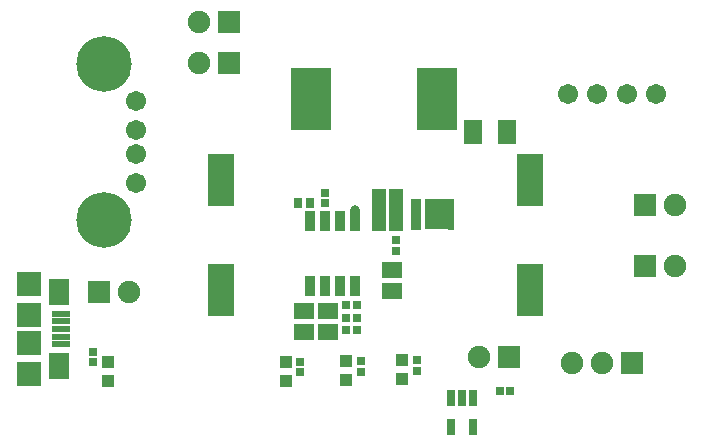
<source format=gts>
G04*
G04 #@! TF.GenerationSoftware,Altium Limited,Altium Designer,19.1.9 (167)*
G04*
G04 Layer_Color=8388736*
%FSLAX25Y25*%
%MOIN*%
G70*
G01*
G75*
%ADD36R,0.08280X0.08280*%
%ADD37R,0.08280X0.07887*%
%ADD38R,0.06115X0.02375*%
%ADD39R,0.07099X0.09068*%
%ADD40R,0.08280X0.10446*%
%ADD41R,0.02414X0.02769*%
%ADD42R,0.03280X0.02769*%
%ADD43R,0.02965X0.02965*%
%ADD44R,0.13792X0.20879*%
%ADD45R,0.03950X0.03950*%
%ADD46R,0.06509X0.05328*%
%ADD47R,0.03162X0.05524*%
%ADD48R,0.02965X0.02965*%
%ADD49R,0.04934X0.14186*%
%ADD50R,0.09068X0.17729*%
%ADD51R,0.03359X0.06804*%
%ADD52R,0.03005X0.03241*%
%ADD53R,0.06076X0.07887*%
%ADD54C,0.06706*%
%ADD55C,0.18517*%
%ADD56C,0.07493*%
%ADD57R,0.07493X0.07493*%
%ADD58C,0.03200*%
D36*
X6004Y39862D02*
D03*
Y49311D02*
D03*
D37*
Y29626D02*
D03*
Y59547D02*
D03*
D38*
X16535Y44587D02*
D03*
Y47146D02*
D03*
Y49705D02*
D03*
Y42028D02*
D03*
Y39469D02*
D03*
D39*
X16043Y56791D02*
D03*
Y32382D02*
D03*
D40*
X142000Y82823D02*
D03*
D41*
X146547Y86661D02*
D03*
Y84102D02*
D03*
Y81543D02*
D03*
Y78984D02*
D03*
D42*
X134815D02*
D03*
Y81543D02*
D03*
Y84102D02*
D03*
Y86661D02*
D03*
D43*
X27165Y33465D02*
D03*
Y37008D02*
D03*
X128347Y70669D02*
D03*
Y74213D02*
D03*
X116634Y33957D02*
D03*
Y30413D02*
D03*
X104528Y90059D02*
D03*
Y86516D02*
D03*
X96358Y33760D02*
D03*
Y30217D02*
D03*
X135236Y34154D02*
D03*
Y30610D02*
D03*
D44*
X142063Y121276D02*
D03*
X99937D02*
D03*
D45*
X32382Y27264D02*
D03*
Y33563D02*
D03*
X91512Y33591D02*
D03*
Y27291D02*
D03*
X130327Y34181D02*
D03*
Y27882D02*
D03*
X111740Y34024D02*
D03*
Y27724D02*
D03*
D46*
X97539Y43602D02*
D03*
Y50492D02*
D03*
X105709Y50492D02*
D03*
Y43602D02*
D03*
X126870Y64173D02*
D03*
Y57284D02*
D03*
D47*
X153937Y11909D02*
D03*
X146457D02*
D03*
Y21752D02*
D03*
X150197D02*
D03*
X153937D02*
D03*
D48*
X115256Y44291D02*
D03*
X111713D02*
D03*
Y48376D02*
D03*
X115256D02*
D03*
Y52461D02*
D03*
X111713D02*
D03*
X166339Y23917D02*
D03*
X162795D02*
D03*
D49*
X122500Y84276D02*
D03*
X128405D02*
D03*
D50*
X172835Y94291D02*
D03*
Y57677D02*
D03*
X70000Y94276D02*
D03*
Y57661D02*
D03*
D51*
X99500Y59098D02*
D03*
X104500D02*
D03*
X109500D02*
D03*
X114500D02*
D03*
Y80453D02*
D03*
X109500D02*
D03*
X104500D02*
D03*
X99500D02*
D03*
D52*
X95728Y86516D02*
D03*
X99508D02*
D03*
D53*
X153917Y110138D02*
D03*
X165177D02*
D03*
D54*
X41476Y120748D02*
D03*
Y110906D02*
D03*
Y103032D02*
D03*
Y93189D02*
D03*
X185531Y123031D02*
D03*
X195374D02*
D03*
X205217D02*
D03*
X215059D02*
D03*
D55*
X30807Y132835D02*
D03*
Y81102D02*
D03*
D56*
X39173Y56890D02*
D03*
X62598Y146949D02*
D03*
X62563Y133343D02*
D03*
X221358Y65453D02*
D03*
X196902Y33154D02*
D03*
X186902D02*
D03*
X156102Y35433D02*
D03*
X221358Y85925D02*
D03*
D57*
X29173Y56890D02*
D03*
X72598Y146949D02*
D03*
X72563Y133343D02*
D03*
X211358Y65453D02*
D03*
X206902Y33154D02*
D03*
X166102Y35433D02*
D03*
X211358Y85925D02*
D03*
D58*
X114469Y84153D02*
D03*
M02*

</source>
